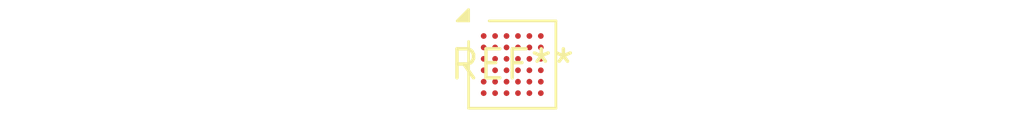
<source format=kicad_pcb>
(kicad_pcb (version 20240108) (generator pcbnew)
  (layers (0 "F.Cu" signal) (31 "B.Cu" signal) (34 "B.Paste" user) (35 "F.Paste" user) (36 "B.SilkS" user "B.Silkscreen") (37 "F.SilkS" user "F.Silkscreen") (38 "B.Mask" user) (39 "F.Mask" user) (44 "Edge.Cuts" user))
  (net 0 "")
  (footprint "ST_uTFBGA-36_3.6x3.6mm_Layout6x6_P0.5mm" (layer "F.Cu") (at 0 0)
    (property "Reference" "REF**")
    (property "Value" "ST_uTFBGA-36_3.6x3.6mm_Layout6x6_P0.5mm")
    (fp_line (start -1.91 1.91) (end -1.91 -1.01) (layer "F.SilkS") (stroke (width 0.12)))
    (fp_line (start -1.01 -1.91) (end 1.91 -1.91) (layer "F.SilkS") (stroke (width 0.12)))
    (fp_line (start 1.91 -1.91) (end 1.91 1.91) (layer "F.SilkS") (stroke (width 0.12)))
    (fp_line (start 1.91 1.91) (end -1.91 1.91) (layer "F.SilkS") (stroke (width 0.12)))
    (fp_poly (pts (xy -1.91 -1.91) (xy -2.41 -1.91) (xy -1.91 -2.41) (xy -1.91 -1.91)) (layer "F.SilkS") (stroke (width 0.12)) (fill solid))
    (pad "A1" smd circle (at -1.25 -1.25) (size 0.25 0.25) (property pad_prop_bga) (layers "F.Cu" "F.Paste" "F.Mask"))
    (pad "A2" smd circle (at -0.75 -1.25) (size 0.25 0.25) (property pad_prop_bga) (layers "F.Cu" "F.Paste" "F.Mask"))
    (pad "A3" smd circle (at -0.25 -1.25) (size 0.25 0.25) (property pad_prop_bga) (layers "F.Cu" "F.Paste" "F.Mask"))
    (pad "A4" smd circle (at 0.25 -1.25) (size 0.25 0.25) (property pad_prop_bga) (layers "F.Cu" "F.Paste" "F.Mask"))
    (pad "A5" smd circle (at 0.75 -1.25) (size 0.25 0.25) (property pad_prop_bga) (layers "F.Cu" "F.Paste" "F.Mask"))
    (pad "A6" smd circle (at 1.25 -1.25) (size 0.25 0.25) (property pad_prop_bga) (layers "F.Cu" "F.Paste" "F.Mask"))
    (pad "B1" smd circle (at -1.25 -0.75) (size 0.25 0.25) (property pad_prop_bga) (layers "F.Cu" "F.Paste" "F.Mask"))
    (pad "B2" smd circle (at -0.75 -0.75) (size 0.25 0.25) (property pad_prop_bga) (layers "F.Cu" "F.Paste" "F.Mask"))
    (pad "B3" smd circle (at -0.25 -0.75) (size 0.25 0.25) (property pad_prop_bga) (layers "F.Cu" "F.Paste" "F.Mask"))
    (pad "B4" smd circle (at 0.25 -0.75) (size 0.25 0.25) (property pad_prop_bga) (layers "F.Cu" "F.Paste" "F.Mask"))
    (pad "B5" smd circle (at 0.75 -0.75) (size 0.25 0.25) (property pad_prop_bga) (layers "F.Cu" "F.Paste" "F.Mask"))
    (pad "B6" smd circle (at 1.25 -0.75) (size 0.25 0.25) (property pad_prop_bga) (layers "F.Cu" "F.Paste" "F.Mask"))
    (pad "C1" smd circle (at -1.25 -0.25) (size 0.25 0.25) (property pad_prop_bga) (layers "F.Cu" "F.Paste" "F.Mask"))
    (pad "C2" smd circle (at -0.75 -0.25) (size 0.25 0.25) (property pad_prop_bga) (layers "F.Cu" "F.Paste" "F.Mask"))
    (pad "C3" smd circle (at -0.25 -0.25) (size 0.25 0.25) (property pad_prop_bga) (layers "F.Cu" "F.Paste" "F.Mask"))
    (pad "C4" smd circle (at 0.25 -0.25) (size 0.25 0.25) (property pad_prop_bga) (layers "F.Cu" "F.Paste" "F.Mask"))
    (pad "C5" smd circle (at 0.75 -0.25) (size 0.25 0.25) (property pad_prop_bga) (layers "F.Cu" "F.Paste" "F.Mask"))
    (pad "C6" smd circle (at 1.25 -0.25) (size 0.25 0.25) (property pad_prop_bga) (layers "F.Cu" "F.Paste" "F.Mask"))
    (pad "D1" smd circle (at -1.25 0.25) (size 0.25 0.25) (property pad_prop_bga) (layers "F.Cu" "F.Paste" "F.Mask"))
    (pad "D2" smd circle (at -0.75 0.25) (size 0.25 0.25) (property pad_prop_bga) (layers "F.Cu" "F.Paste" "F.Mask"))
    (pad "D3" smd circle (at -0.25 0.25) (size 0.25 0.25) (property pad_prop_bga) (layers "F.Cu" "F.Paste" "F.Mask"))
    (pad "D4" smd circle (at 0.25 0.25) (size 0.25 0.25) (property pad_prop_bga) (layers "F.Cu" "F.Paste" "F.Mask"))
    (pad "D5" smd circle (at 0.75 0.25) (size 0.25 0.25) (property pad_prop_bga) (layers "F.Cu" "F.Paste" "F.Mask"))
    (pad "D6" smd circle (at 1.25 0.25) (size 0.25 0.25) (property pad_prop_bga) (layers "F.Cu" "F.Paste" "F.Mask"))
    (pad "E1" smd circle (at -1.25 0.75) (size 0.25 0.25) (property pad_prop_bga) (layers "F.Cu" "F.Paste" "F.Mask"))
    (pad "E2" smd circle (at -0.75 0.75) (size 0.25 0.25) (property pad_prop_bga) (layers "F.Cu" "F.Paste" "F.Mask"))
    (pad "E3" smd circle (at -0.25 0.75) (size 0.25 0.25) (property pad_prop_bga) (layers "F.Cu" "F.Paste" "F.Mask"))
    (pad "E4" smd circle (at 0.25 0.75) (size 0.25 0.25) (property pad_prop_bga) (layers "F.Cu" "F.Paste" "F.Mask"))
    (pad "E5" smd circle (at 0.75 0.75) (size 0.25 0.25) (property pad_prop_bga) (layers "F.Cu" "F.Paste" "F.Mask"))
    (pad "E6" smd circle (at 1.25 0.75) (size 0.25 0.25) (property pad_prop_bga) (layers "F.Cu" "F.Paste" "F.Mask"))
    (pad "F1" smd circle (at -1.25 1.25) (size 0.25 0.25) (property pad_prop_bga) (layers "F.Cu" "F.Paste" "F.Mask"))
    (pad "F2" smd circle (at -0.75 1.25) (size 0.25 0.25) (property pad_prop_bga) (layers "F.Cu" "F.Paste" "F.Mask"))
    (pad "F3" smd circle (at -0.25 1.25) (size 0.25 0.25) (property pad_prop_bga) (layers "F.Cu" "F.Paste" "F.Mask"))
    (pad "F4" smd circle (at 0.25 1.25) (size 0.25 0.25) (property pad_prop_bga) (layers "F.Cu" "F.Paste" "F.Mask"))
    (pad "F5" smd circle (at 0.75 1.25) (size 0.25 0.25) (property pad_prop_bga) (layers "F.Cu" "F.Paste" "F.Mask"))
    (pad "F6" smd circle (at 1.25 1.25) (size 0.25 0.25) (property pad_prop_bga) (layers "F.Cu" "F.Paste" "F.Mask"))
  )
)
</source>
